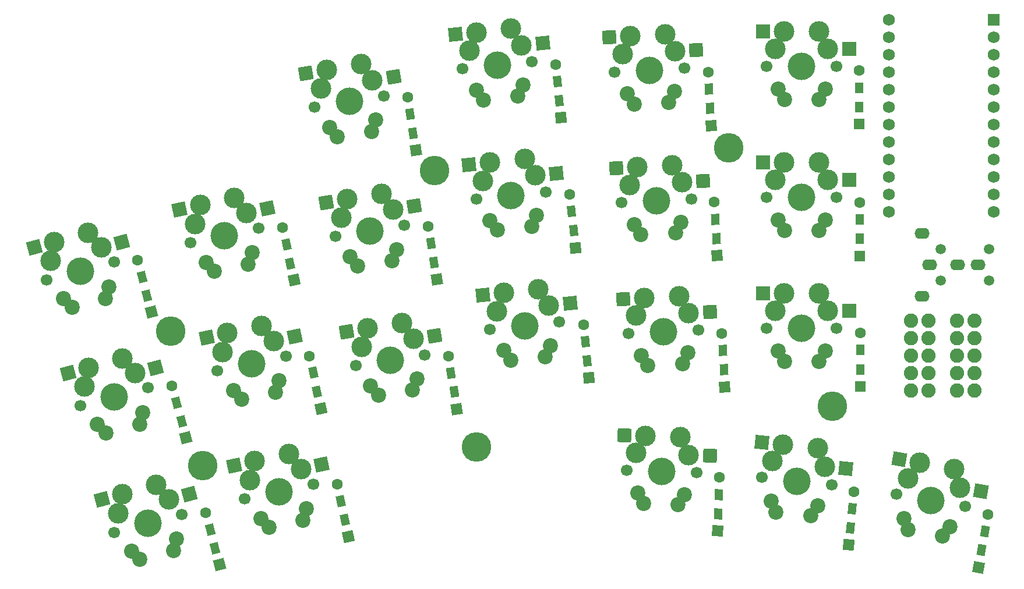
<source format=gts>
%TF.GenerationSoftware,KiCad,Pcbnew,(6.0.0-0)*%
%TF.CreationDate,2022-02-08T20:15:09+07:00*%
%TF.ProjectId,kibod-01-mirrored-rev2,6b69626f-642d-4303-912d-6d6972726f72,rev?*%
%TF.SameCoordinates,Original*%
%TF.FileFunction,Soldermask,Top*%
%TF.FilePolarity,Negative*%
%FSLAX46Y46*%
G04 Gerber Fmt 4.6, Leading zero omitted, Abs format (unit mm)*
G04 Created by KiCad (PCBNEW (6.0.0-0)) date 2022-02-08 20:15:09*
%MOMM*%
%LPD*%
G01*
G04 APERTURE LIST*
G04 Aperture macros list*
%AMRotRect*
0 Rectangle, with rotation*
0 The origin of the aperture is its center*
0 $1 length*
0 $2 width*
0 $3 Rotation angle, in degrees counterclockwise*
0 Add horizontal line*
21,1,$1,$2,0,0,$3*%
G04 Aperture macros list end*
%ADD10RotRect,1.600000X1.200000X285.000000*%
%ADD11RotRect,1.600000X1.600000X285.000000*%
%ADD12C,1.600000*%
%ADD13RotRect,1.600000X1.200000X282.000000*%
%ADD14RotRect,1.600000X1.600000X282.000000*%
%ADD15RotRect,1.600000X1.600000X279.000000*%
%ADD16RotRect,1.600000X1.200000X279.000000*%
%ADD17RotRect,1.600000X1.600000X276.000000*%
%ADD18RotRect,1.600000X1.200000X276.000000*%
%ADD19RotRect,1.600000X1.200000X273.000000*%
%ADD20RotRect,1.600000X1.600000X273.000000*%
%ADD21R,1.600000X1.600000*%
%ADD22R,1.200000X1.600000*%
%ADD23RotRect,1.600000X1.600000X268.000000*%
%ADD24RotRect,1.600000X1.200000X268.000000*%
%ADD25RotRect,1.600000X1.200000X264.000000*%
%ADD26RotRect,1.600000X1.600000X264.000000*%
%ADD27RotRect,1.600000X1.200000X260.000000*%
%ADD28RotRect,1.600000X1.600000X260.000000*%
%ADD29C,3.000000*%
%ADD30C,1.700000*%
%ADD31C,4.000000*%
%ADD32RotRect,2.000000X2.000000X195.000000*%
%ADD33C,2.200000*%
%ADD34RotRect,2.000000X2.000000X192.000000*%
%ADD35RotRect,2.000000X2.000000X189.000000*%
%ADD36RotRect,2.000000X2.000000X186.000000*%
%ADD37RotRect,2.000000X2.000000X183.000000*%
%ADD38R,2.000000X2.000000*%
%ADD39RotRect,2.000000X2.000000X178.000000*%
%ADD40RotRect,2.000000X2.000000X174.000000*%
%ADD41RotRect,2.000000X2.000000X170.000000*%
%ADD42C,2.082800*%
%ADD43C,4.300000*%
%ADD44C,1.500000*%
%ADD45O,2.200000X1.600000*%
%ADD46R,1.752600X1.752600*%
%ADD47C,1.752600*%
G04 APERTURE END LIST*
D10*
%TO.C,D-0-0*%
X35606651Y-60143963D03*
D11*
X36253698Y-62558778D03*
D10*
X34881957Y-57439371D03*
D12*
X34234910Y-55024556D03*
%TD*%
D13*
%TO.C,D-0-1*%
X56431074Y-55485784D03*
D14*
X56950854Y-57931153D03*
D12*
X55329142Y-50301601D03*
D13*
X55848922Y-52746970D03*
%TD*%
D15*
%TO.C,D-0-2*%
X74681087Y-39029284D03*
D16*
X74290001Y-36560063D03*
D12*
X73460899Y-31325314D03*
D16*
X73851985Y-33794535D03*
%TD*%
D17*
%TO.C,D-0-3*%
X95776107Y-34299692D03*
D18*
X95514786Y-31813388D03*
D12*
X94960785Y-26542422D03*
D18*
X95222106Y-29028726D03*
%TD*%
D19*
%TO.C,D-0-4*%
X117452429Y-32950853D03*
D20*
X117583269Y-35447427D03*
D12*
X117175049Y-27658117D03*
D19*
X117305889Y-30154691D03*
%TD*%
D21*
%TO.C,D-0-5*%
X139107246Y-35241289D03*
D22*
X139107246Y-32741289D03*
X139107246Y-29941289D03*
D12*
X139107246Y-27441289D03*
%TD*%
D11*
%TO.C,D-1-0*%
X41259145Y-80847721D03*
D10*
X40612098Y-78432906D03*
D12*
X39240357Y-73313499D03*
D10*
X39887404Y-75728314D03*
%TD*%
D14*
%TO.C,D-1-1*%
X60851326Y-76573969D03*
D13*
X60331546Y-74128600D03*
X59749394Y-71389786D03*
D12*
X59229614Y-68944417D03*
%TD*%
D15*
%TO.C,D-1-2*%
X77698932Y-57786039D03*
D16*
X77307846Y-55316818D03*
D12*
X76478744Y-50082069D03*
D16*
X76869830Y-52551290D03*
%TD*%
D18*
%TO.C,D-1-3*%
X97600246Y-50713151D03*
D17*
X97861567Y-53199455D03*
D12*
X97046245Y-45442185D03*
D18*
X97307566Y-47928489D03*
%TD*%
D20*
%TO.C,D-1-4*%
X118473490Y-54375176D03*
D19*
X118342650Y-51878602D03*
X118196110Y-49082440D03*
D12*
X118065270Y-46585866D03*
%TD*%
D22*
%TO.C,D-1-5*%
X139158046Y-51892889D03*
D21*
X139158046Y-54392889D03*
D12*
X139158046Y-46592889D03*
D22*
X139158046Y-49092889D03*
%TD*%
D11*
%TO.C,D-2-0*%
X46137909Y-99311029D03*
D10*
X45490862Y-96896214D03*
X44766168Y-94191622D03*
D12*
X44119121Y-91776807D03*
%TD*%
D13*
%TO.C,D-2-1*%
X64338371Y-92811318D03*
D14*
X64858151Y-95256687D03*
D13*
X63756219Y-90072504D03*
D12*
X63236439Y-87627135D03*
%TD*%
D15*
%TO.C,D-2-2*%
X80624414Y-76652857D03*
D16*
X80233328Y-74183636D03*
X79795312Y-71418108D03*
D12*
X79404226Y-68948887D03*
%TD*%
D18*
%TO.C,D-2-3*%
X99587900Y-69670679D03*
D17*
X99849221Y-72156983D03*
D18*
X99295220Y-66886017D03*
D12*
X99033899Y-64399713D03*
%TD*%
D20*
%TO.C,D-2-4*%
X119574610Y-73444481D03*
D19*
X119443770Y-70947907D03*
D12*
X119166390Y-65655171D03*
D19*
X119297230Y-68151745D03*
%TD*%
D21*
%TO.C,D-2-5*%
X139259646Y-73392089D03*
D22*
X139259646Y-70892089D03*
D12*
X139259646Y-65592089D03*
D22*
X139259646Y-68092089D03*
%TD*%
D23*
%TO.C,D-3-3*%
X118533551Y-94413368D03*
D24*
X118620800Y-91914891D03*
D12*
X118805767Y-86618120D03*
D24*
X118718518Y-89116597D03*
%TD*%
D25*
%TO.C,D-3-4*%
X137827319Y-93940075D03*
D26*
X137565998Y-96426379D03*
D25*
X138119999Y-91155413D03*
D12*
X138381320Y-88669109D03*
%TD*%
D27*
%TO.C,D-3-5*%
X156894735Y-97215893D03*
D28*
X156460614Y-99677912D03*
D27*
X157380949Y-94458431D03*
D12*
X157815070Y-91996412D03*
%TD*%
D29*
%TO.C,K-0-0*%
X27053524Y-51036972D03*
X21577295Y-55133925D03*
D30*
X21007970Y-57916077D03*
D31*
X25914873Y-56601276D03*
D29*
X28937650Y-53161724D03*
D30*
X30821776Y-55286475D03*
D29*
X22146621Y-52351773D03*
D32*
X19190888Y-53143759D03*
D33*
X24720483Y-61880285D03*
X23472234Y-60641132D03*
X29588749Y-60575837D03*
D32*
X31922361Y-52361973D03*
D33*
X30050189Y-58878575D03*
%TD*%
D29*
%TO.C,K-0-1*%
X42601294Y-49724826D03*
D30*
X41887142Y-52473368D03*
X51825122Y-50360986D03*
D29*
X48284436Y-45920091D03*
D31*
X46856132Y-51417177D03*
D29*
X43315446Y-46976283D03*
X50054779Y-48140539D03*
D33*
X44205411Y-55323659D03*
X45387097Y-56626441D03*
D34*
X40322314Y-47612493D03*
D33*
X50316961Y-55578567D03*
D34*
X53077255Y-47498091D03*
D33*
X50866596Y-53907780D03*
%TD*%
D29*
%TO.C,K-0-2*%
X66722500Y-26522427D03*
X61705044Y-27317114D03*
X60848023Y-30024514D03*
D30*
X59991002Y-32731914D03*
D31*
X65008459Y-31937227D03*
D30*
X70025916Y-31142540D03*
D29*
X68374208Y-28832483D03*
D35*
X58682717Y-27795803D03*
D33*
X62156921Y-35699627D03*
X63268805Y-37062469D03*
X68246755Y-36274039D03*
X68883079Y-34634309D03*
D35*
X71426165Y-28349101D03*
%TD*%
D29*
%TO.C,K-0-3*%
X83460339Y-21881020D03*
D31*
X86517429Y-26667689D03*
D29*
X90041055Y-23743350D03*
X82462798Y-24539857D03*
X88512510Y-21350015D03*
D30*
X81465258Y-27198694D03*
X91569600Y-26136684D03*
D33*
X83472890Y-30275695D03*
X84511925Y-31694861D03*
D36*
X80417102Y-22200877D03*
D33*
X90245584Y-29563856D03*
X89524316Y-31168037D03*
D36*
X93114128Y-23420357D03*
%TD*%
D29*
%TO.C,K-0-4*%
X112337091Y-24644385D03*
D30*
X113738284Y-27114437D03*
D29*
X104727534Y-25043185D03*
D30*
X103592208Y-27646171D03*
D29*
X105862860Y-22440199D03*
X110935898Y-22174333D03*
D31*
X108665246Y-27380304D03*
D33*
X106399389Y-32295626D03*
X105436051Y-30824027D03*
D37*
X102807054Y-22600347D03*
X115422856Y-24482667D03*
D33*
X111432482Y-32031853D03*
X112236718Y-30467619D03*
%TD*%
D29*
%TO.C,K-0-5*%
X133310357Y-21760828D03*
X126960357Y-24300828D03*
D30*
X135850357Y-26840828D03*
D29*
X134580357Y-24300828D03*
D31*
X130770357Y-26840828D03*
D29*
X128230357Y-21760828D03*
D30*
X125690357Y-26840828D03*
D33*
X128250357Y-31630828D03*
X127365357Y-30110828D03*
D38*
X125170357Y-21760828D03*
D33*
X133290357Y-31630828D03*
D38*
X137670357Y-24300828D03*
D33*
X134175357Y-30110828D03*
%TD*%
D29*
%TO.C,K-1-0*%
X27067417Y-70641727D03*
X26498091Y-73423879D03*
D30*
X35742572Y-73576429D03*
D31*
X30835669Y-74891230D03*
D30*
X25928766Y-76206031D03*
D29*
X31974320Y-69326926D03*
X33858446Y-71451678D03*
D33*
X29641279Y-80170239D03*
D32*
X24111684Y-71433713D03*
D33*
X28393030Y-78931086D03*
X34970985Y-77168529D03*
D32*
X36843157Y-70651927D03*
D33*
X34509545Y-78865791D03*
%TD*%
D31*
%TO.C,K-1-1*%
X50816846Y-70050889D03*
D29*
X47276160Y-65609995D03*
D30*
X45847856Y-71107080D03*
X55785836Y-68994698D03*
D29*
X54015493Y-66774251D03*
X52245150Y-64553803D03*
X46562008Y-68358538D03*
D33*
X49347811Y-75260153D03*
X48166125Y-73957371D03*
D34*
X44283028Y-66246205D03*
D33*
X54827310Y-72541492D03*
X54277675Y-74212279D03*
D34*
X57037969Y-66131803D03*
%TD*%
D29*
%TO.C,K-1-2*%
X64685118Y-46132576D03*
D30*
X73005990Y-49958002D03*
D31*
X67988533Y-50752689D03*
D29*
X63828097Y-48839976D03*
X69702574Y-45337889D03*
D30*
X62971076Y-51547376D03*
D29*
X71354282Y-47647945D03*
D33*
X66248879Y-55877931D03*
X65136995Y-54515089D03*
D35*
X61662791Y-46611265D03*
D33*
X71226829Y-55089501D03*
X71863153Y-53449771D03*
D35*
X74406239Y-47164563D03*
%TD*%
D29*
%TO.C,K-1-3*%
X85451607Y-40826660D03*
D30*
X93560868Y-45082324D03*
D31*
X88508697Y-45613329D03*
D29*
X84454066Y-43485497D03*
X92032323Y-42688990D03*
D30*
X83456526Y-46144334D03*
D29*
X90503778Y-40295655D03*
D36*
X82408370Y-41146517D03*
D33*
X86503193Y-50640501D03*
X85464158Y-49221335D03*
D36*
X95105396Y-42365997D03*
D33*
X91515584Y-50113677D03*
X92236852Y-48509496D03*
%TD*%
D30*
%TO.C,K-1-4*%
X114735283Y-46138329D03*
D29*
X106859859Y-41464091D03*
X111932897Y-41198225D03*
D30*
X104589207Y-46670063D03*
D31*
X109662245Y-46404196D03*
D29*
X105724533Y-44067077D03*
X113334090Y-43668277D03*
D37*
X103804053Y-41624239D03*
D33*
X107396388Y-51319518D03*
X106433050Y-49847919D03*
X112429481Y-51055745D03*
D37*
X116419855Y-43506559D03*
D33*
X113233717Y-49491511D03*
%TD*%
D30*
%TO.C,K-1-5*%
X125690357Y-45890828D03*
D31*
X130770357Y-45890828D03*
D29*
X133310357Y-40810828D03*
X128230357Y-40810828D03*
X134580357Y-43350828D03*
D30*
X135850357Y-45890828D03*
D29*
X126960357Y-43350828D03*
D33*
X128250357Y-50680828D03*
D38*
X125170357Y-40810828D03*
D33*
X127365357Y-49160828D03*
D38*
X137670357Y-43350828D03*
D33*
X133290357Y-50680828D03*
X134175357Y-49160828D03*
%TD*%
D29*
%TO.C,K-2-0*%
X38788950Y-89852564D03*
X31997921Y-89042613D03*
X31428595Y-91824765D03*
D31*
X35766173Y-93292116D03*
D29*
X36904824Y-87727812D03*
D30*
X30859270Y-94606917D03*
X40673076Y-91977315D03*
D33*
X33323534Y-97331972D03*
X34571783Y-98571125D03*
D32*
X29042188Y-89834599D03*
D33*
X39901489Y-95569415D03*
X39440049Y-97266677D03*
D32*
X41773661Y-89052813D03*
%TD*%
D29*
%TO.C,K-2-1*%
X56205871Y-83187514D03*
D31*
X54777567Y-88684600D03*
D29*
X57976214Y-85407962D03*
X51236881Y-84243706D03*
D30*
X49808577Y-89740791D03*
X59746557Y-87628409D03*
D29*
X50522729Y-86992249D03*
D34*
X48243749Y-84879916D03*
D33*
X52126846Y-92591082D03*
X53308532Y-93893864D03*
X58788031Y-91175203D03*
D34*
X60998690Y-84765514D03*
D33*
X58238396Y-92845990D03*
%TD*%
D29*
%TO.C,K-2-2*%
X66808174Y-67655438D03*
D30*
X65951153Y-70362838D03*
D31*
X70968610Y-69568151D03*
D29*
X74334359Y-66463407D03*
X67665195Y-64948038D03*
D30*
X75986067Y-68773464D03*
D29*
X72682651Y-64153351D03*
D33*
X68117072Y-73330551D03*
X69228956Y-74693393D03*
D35*
X64642868Y-65426727D03*
X77386316Y-65980025D03*
D33*
X74206906Y-73904963D03*
X74843230Y-72265233D03*
%TD*%
D29*
%TO.C,K-2-3*%
X94023589Y-61634633D03*
D30*
X95552134Y-64027967D03*
X85447792Y-65089977D03*
D31*
X90499963Y-64558972D03*
D29*
X86445332Y-62431140D03*
X87442873Y-59772303D03*
X92495044Y-59241298D03*
D36*
X84399636Y-60092160D03*
D33*
X87455424Y-68166978D03*
X88494459Y-69586144D03*
D36*
X97096662Y-61311640D03*
D33*
X93506850Y-69059320D03*
X94228118Y-67455139D03*
%TD*%
D30*
%TO.C,K-2-4*%
X105586208Y-65693956D03*
D29*
X107856860Y-60487984D03*
D31*
X110659246Y-65428089D03*
D30*
X115732284Y-65162222D03*
D29*
X106721534Y-63090970D03*
X114331091Y-62692170D03*
X112929898Y-60222118D03*
D37*
X104801054Y-60648132D03*
D33*
X107430051Y-68871812D03*
X108393389Y-70343411D03*
X114230718Y-68515404D03*
X113426482Y-70079638D03*
D37*
X117416856Y-62530452D03*
%TD*%
D30*
%TO.C,K-2-5*%
X135850357Y-64940828D03*
D29*
X134580357Y-62400828D03*
D31*
X130770357Y-64940828D03*
D30*
X125690357Y-64940828D03*
D29*
X133310357Y-59860828D03*
X126960357Y-62400828D03*
X128230357Y-59860828D03*
D33*
X128250357Y-69730828D03*
D38*
X125170357Y-59860828D03*
D33*
X127365357Y-68210828D03*
X133290357Y-69730828D03*
X134175357Y-68210828D03*
D38*
X137670357Y-62400828D03*
%TD*%
D29*
%TO.C,K-3-3*%
X108078896Y-80574994D03*
D30*
X115516964Y-85917833D03*
D29*
X106721025Y-83069124D03*
X114336383Y-83335058D03*
D31*
X110440059Y-85740544D03*
D30*
X105363154Y-85563255D03*
D29*
X113155801Y-80752283D03*
D39*
X105020760Y-80468201D03*
D33*
X106923012Y-88889719D03*
X107754426Y-90439679D03*
X113728863Y-89127385D03*
X112791355Y-90615573D03*
D39*
X117424500Y-83442898D03*
%TD*%
D31*
%TO.C,K-3-4*%
X130048859Y-87162944D03*
D29*
X128053778Y-81845270D03*
X133105949Y-82376275D03*
D30*
X124996688Y-86631939D03*
D29*
X134103490Y-85035112D03*
X126525233Y-84238605D03*
D30*
X135101030Y-87693949D03*
D33*
X126320704Y-90059111D03*
X127041972Y-91663292D03*
D40*
X125010541Y-81525413D03*
X137176562Y-85358105D03*
D33*
X133093398Y-90770950D03*
X132054363Y-92190116D03*
%TD*%
D29*
%TO.C,K-3-5*%
X146245008Y-86793933D03*
D30*
X154558882Y-90839077D03*
D31*
X149556059Y-89956944D03*
D29*
X153749243Y-88117132D03*
D30*
X144553236Y-89074811D03*
D29*
X152939603Y-85395187D03*
X147936780Y-84513054D03*
D33*
X146242569Y-94236580D03*
D41*
X144923268Y-83981691D03*
D33*
X145634959Y-92585993D03*
X151206000Y-95111767D03*
D41*
X156792299Y-88653705D03*
D33*
X152341500Y-93768537D03*
%TD*%
D42*
%TO.C,J1*%
X146620453Y-63793147D03*
X149160453Y-63793147D03*
X146620453Y-66333147D03*
X149160453Y-66333147D03*
X146620453Y-68873147D03*
X149160453Y-68873147D03*
X146620453Y-71413147D03*
X149160453Y-71413147D03*
X146620453Y-73953147D03*
X149160453Y-73953147D03*
%TD*%
D43*
%TO.C,Ref\u002A\u002A*%
X135229600Y-76301600D03*
%TD*%
%TO.C,Ref\u002A\u002A*%
X120153653Y-38697947D03*
%TD*%
%TO.C,Ref\u002A\u002A*%
X77430853Y-41999947D03*
%TD*%
%TO.C,Ref\u002A\u002A*%
X83465259Y-82184544D03*
%TD*%
%TO.C,Ref\u002A\u002A*%
X39076853Y-65317147D03*
%TD*%
D44*
%TO.C,U2*%
X150996853Y-53393147D03*
X157996853Y-53393147D03*
X157996853Y-57993147D03*
X150996853Y-57993147D03*
D45*
X148296853Y-60293147D03*
X148296853Y-51093147D03*
X149396853Y-55693147D03*
X153396853Y-55693147D03*
X156396853Y-55693147D03*
%TD*%
D43*
%TO.C,Ref\u002A\u002A*%
X43699653Y-84925947D03*
%TD*%
D46*
%TO.C,U1*%
X158710853Y-20059897D03*
D47*
X158710853Y-22599897D03*
X158710853Y-25139897D03*
X158710853Y-27679897D03*
X158710853Y-30219897D03*
X158710853Y-32759897D03*
X158710853Y-35299897D03*
X158710853Y-37839897D03*
X158710853Y-40379897D03*
X158710853Y-42919897D03*
X158710853Y-45459897D03*
X158710853Y-47999897D03*
X143470853Y-47999897D03*
X143470853Y-45459897D03*
X143470853Y-42919897D03*
X143470853Y-40379897D03*
X143470853Y-37839897D03*
X143470853Y-35299897D03*
X143470853Y-32759897D03*
X143470853Y-30219897D03*
X143470853Y-27679897D03*
X143470853Y-25139897D03*
X143470853Y-22599897D03*
X143470853Y-20059897D03*
%TD*%
D42*
%TO.C,J2*%
X155916853Y-63793147D03*
X153376853Y-63793147D03*
X155916853Y-66333147D03*
X153376853Y-66333147D03*
X155916853Y-68873147D03*
X153376853Y-68873147D03*
X155916853Y-71413147D03*
X153376853Y-71413147D03*
X155916853Y-73953147D03*
X153376853Y-73953147D03*
%TD*%
M02*

</source>
